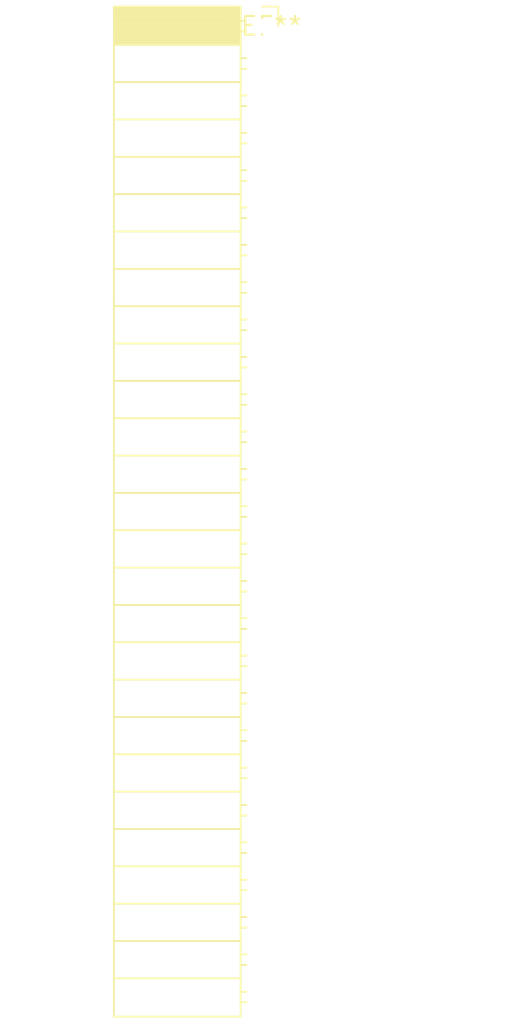
<source format=kicad_pcb>
(kicad_pcb (version 20240108) (generator pcbnew)
  (layers (0 "F.Cu" signal) (31 "B.Cu" signal) (34 "B.Paste" user) (35 "F.Paste" user) (36 "B.SilkS" user "B.Silkscreen") (37 "F.SilkS" user "F.Silkscreen") (38 "B.Mask" user) (39 "F.Mask" user) (44 "Edge.Cuts" user))
  (net 0 "")
  (footprint "PinSocket_1x27_P2.54mm_Horizontal" (layer "F.Cu") (at 0 0)
    (property "Reference" "REF**")
    (property "Value" "PinSocket_1x27_P2.54mm_Horizontal")
    (fp_line (start -10.09 -1.33) (end -10.09 67.37) (layer "F.SilkS") (stroke (width 0.12)))
    (fp_line (start -10.09 -1.33) (end -1.46 -1.33) (layer "F.SilkS") (stroke (width 0.12)))
    (fp_line (start -10.09 -1.21) (end -1.46 -1.21) (layer "F.SilkS") (stroke (width 0.12)))
    (fp_line (start -10.09 -1.091905) (end -1.46 -1.091905) (layer "F.SilkS") (stroke (width 0.12)))
    (fp_line (start -10.09 -0.97381) (end -1.46 -0.97381) (layer "F.SilkS") (stroke (width 0.12)))
    (fp_line (start -10.09 -0.855715) (end -1.46 -0.855715) (layer "F.SilkS") (stroke (width 0.12)))
    (fp_line (start -10.09 -0.73762) (end -1.46 -0.73762) (layer "F.SilkS") (stroke (width 0.12)))
    (fp_line (start -10.09 -0.619525) (end -1.46 -0.619525) (layer "F.SilkS") (stroke (width 0.12)))
    (fp_line (start -10.09 -0.50143) (end -1.46 -0.50143) (layer "F.SilkS") (stroke (width 0.12)))
    (fp_line (start -10.09 -0.383335) (end -1.46 -0.383335) (layer "F.SilkS") (stroke (width 0.12)))
    (fp_line (start -10.09 -0.26524) (end -1.46 -0.26524) (layer "F.SilkS") (stroke (width 0.12)))
    (fp_line (start -10.09 -0.147145) (end -1.46 -0.147145) (layer "F.SilkS") (stroke (width 0.12)))
    (fp_line (start -10.09 -0.02905) (end -1.46 -0.02905) (layer "F.SilkS") (stroke (width 0.12)))
    (fp_line (start -10.09 0.089045) (end -1.46 0.089045) (layer "F.SilkS") (stroke (width 0.12)))
    (fp_line (start -10.09 0.20714) (end -1.46 0.20714) (layer "F.SilkS") (stroke (width 0.12)))
    (fp_line (start -10.09 0.325235) (end -1.46 0.325235) (layer "F.SilkS") (stroke (width 0.12)))
    (fp_line (start -10.09 0.44333) (end -1.46 0.44333) (layer "F.SilkS") (stroke (width 0.12)))
    (fp_line (start -10.09 0.561425) (end -1.46 0.561425) (layer "F.SilkS") (stroke (width 0.12)))
    (fp_line (start -10.09 0.67952) (end -1.46 0.67952) (layer "F.SilkS") (stroke (width 0.12)))
    (fp_line (start -10.09 0.797615) (end -1.46 0.797615) (layer "F.SilkS") (stroke (width 0.12)))
    (fp_line (start -10.09 0.91571) (end -1.46 0.91571) (layer "F.SilkS") (stroke (width 0.12)))
    (fp_line (start -10.09 1.033805) (end -1.46 1.033805) (layer "F.SilkS") (stroke (width 0.12)))
    (fp_line (start -10.09 1.1519) (end -1.46 1.1519) (layer "F.SilkS") (stroke (width 0.12)))
    (fp_line (start -10.09 1.27) (end -1.46 1.27) (layer "F.SilkS") (stroke (width 0.12)))
    (fp_line (start -10.09 3.81) (end -1.46 3.81) (layer "F.SilkS") (stroke (width 0.12)))
    (fp_line (start -10.09 6.35) (end -1.46 6.35) (layer "F.SilkS") (stroke (width 0.12)))
    (fp_line (start -10.09 8.89) (end -1.46 8.89) (layer "F.SilkS") (stroke (width 0.12)))
    (fp_line (start -10.09 11.43) (end -1.46 11.43) (layer "F.SilkS") (stroke (width 0.12)))
    (fp_line (start -10.09 13.97) (end -1.46 13.97) (layer "F.SilkS") (stroke (width 0.12)))
    (fp_line (start -10.09 16.51) (end -1.46 16.51) (layer "F.SilkS") (stroke (width 0.12)))
    (fp_line (start -10.09 19.05) (end -1.46 19.05) (layer "F.SilkS") (stroke (width 0.12)))
    (fp_line (start -10.09 21.59) (end -1.46 21.59) (layer "F.SilkS") (stroke (width 0.12)))
    (fp_line (start -10.09 24.13) (end -1.46 24.13) (layer "F.SilkS") (stroke (width 0.12)))
    (fp_line (start -10.09 26.67) (end -1.46 26.67) (layer "F.SilkS") (stroke (width 0.12)))
    (fp_line (start -10.09 29.21) (end -1.46 29.21) (layer "F.SilkS") (stroke (width 0.12)))
    (fp_line (start -10.09 31.75) (end -1.46 31.75) (layer "F.SilkS") (stroke (width 0.12)))
    (fp_line (start -10.09 34.29) (end -1.46 34.29) (layer "F.SilkS") (stroke (width 0.12)))
    (fp_line (start -10.09 36.83) (end -1.46 36.83) (layer "F.SilkS") (stroke (width 0.12)))
    (fp_line (start -10.09 39.37) (end -1.46 39.37) (layer "F.SilkS") (stroke (width 0.12)))
    (fp_line (start -10.09 41.91) (end -1.46 41.91) (layer "F.SilkS") (stroke (width 0.12)))
    (fp_line (start -10.09 44.45) (end -1.46 44.45) (layer "F.SilkS") (stroke (width 0.12)))
    (fp_line (start -10.09 46.99) (end -1.46 46.99) (layer "F.SilkS") (stroke (width 0.12)))
    (fp_line (start -10.09 49.53) (end -1.46 49.53) (layer "F.SilkS") (stroke (width 0.12)))
    (fp_line (start -10.09 52.07) (end -1.46 52.07) (layer "F.SilkS") (stroke (width 0.12)))
    (fp_line (start -10.09 54.61) (end -1.46 54.61) (layer "F.SilkS") (stroke (width 0.12)))
    (fp_line (start -10.09 57.15) (end -1.46 57.15) (layer "F.SilkS") (stroke (width 0.12)))
    (fp_line (start -10.09 59.69) (end -1.46 59.69) (layer "F.SilkS") (stroke (width 0.12)))
    (fp_line (start -10.09 62.23) (end -1.46 62.23) (layer "F.SilkS") (stroke (width 0.12)))
    (fp_line (start -10.09 64.77) (end -1.46 64.77) (layer "F.SilkS") (stroke (width 0.12)))
    (fp_line (start -10.09 67.37) (end -1.46 67.37) (layer "F.SilkS") (stroke (width 0.12)))
    (fp_line (start -1.46 -1.33) (end -1.46 67.37) (layer "F.SilkS") (stroke (width 0.12)))
    (fp_line (start -1.46 -0.36) (end -1.11 -0.36) (layer "F.SilkS") (stroke (width 0.12)))
    (fp_line (start -1.46 0.36) (end -1.11 0.36) (layer "F.SilkS") (stroke (width 0.12)))
    (fp_line (start -1.46 2.18) (end -1.05 2.18) (layer "F.SilkS") (stroke (width 0.12)))
    (fp_line (start -1.46 2.9) (end -1.05 2.9) (layer "F.SilkS") (stroke (width 0.12)))
    (fp_line (start -1.46 4.72) (end -1.05 4.72) (layer "F.SilkS") (stroke (width 0.12)))
    (fp_line (start -1.46 5.44) (end -1.05 5.44) (layer "F.SilkS") (stroke (width 0.12)))
    (fp_line (start -1.46 7.26) (end -1.05 7.26) (layer "F.SilkS") (stroke (width 0.12)))
    (fp_line (start -1.46 7.98) (end -1.05 7.98) (layer "F.SilkS") (stroke (width 0.12)))
    (fp_line (start -1.46 9.8) (end -1.05 9.8) (layer "F.SilkS") (stroke (width 0.12)))
    (fp_line (start -1.46 10.52) (end -1.05 10.52) (layer "F.SilkS") (stroke (width 0.12)))
    (fp_line (start -1.46 12.34) (end -1.05 12.34) (layer "F.SilkS") (stroke (width 0.12)))
    (fp_line (start -1.46 13.06) (end -1.05 13.06) (layer "F.SilkS") (stroke (width 0.12)))
    (fp_line (start -1.46 14.88) (end -1.05 14.88) (layer "F.SilkS") (stroke (width 0.12)))
    (fp_line (start -1.46 15.6) (end -1.05 15.6) (layer "F.SilkS") (stroke (width 0.12)))
    (fp_line (start -1.46 17.42) (end -1.05 17.42) (layer "F.SilkS") (stroke (width 0.12)))
    (fp_line (start -1.46 18.14) (end -1.05 18.14) (layer "F.SilkS") (stroke (width 0.12)))
    (fp_line (start -1.46 19.96) (end -1.05 19.96) (layer "F.SilkS") (stroke (width 0.12)))
    (fp_line (start -1.46 20.68) (end -1.05 20.68) (layer "F.SilkS") (stroke (width 0.12)))
    (fp_line (start -1.46 22.5) (end -1.05 22.5) (layer "F.SilkS") (stroke (width 0.12)))
    (fp_line (start -1.46 23.22) (end -1.05 23.22) (layer "F.SilkS") (stroke (width 0.12)))
    (fp_line (start -1.46 25.04) (end -1.05 25.04) (layer "F.SilkS") (stroke (width 0.12)))
    (fp_line (start -1.46 25.76) (end -1.05 25.76) (layer "F.SilkS") (stroke (width 0.12)))
    (fp_line (start -1.46 27.58) (end -1.05 27.58) (layer "F.SilkS") (stroke (width 0.12)))
    (fp_line (start -1.46 28.3) (end -1.05 28.3) (layer "F.SilkS") (stroke (width 0.12)))
    (fp_line (start -1.46 30.12) (end -1.05 30.12) (layer "F.SilkS") (stroke (width 0.12)))
    (fp_line (start -1.46 30.84) (end -1.05 30.84) (layer "F.SilkS") (stroke (width 0.12)))
    (fp_line (start -1.46 32.66) (end -1.05 32.66) (layer "F.SilkS") (stroke (width 0.12)))
    (fp_line (start -1.46 33.38) (end -1.05 33.38) (layer "F.SilkS") (stroke (width 0.12)))
    (fp_line (start -1.46 35.2) (end -1.05 35.2) (layer "F.SilkS") (stroke (width 0.12)))
    (fp_line (start -1.46 35.92) (end -1.05 35.92) (layer "F.SilkS") (stroke (width 0.12)))
    (fp_line (start -1.46 37.74) (end -1.05 37.74) (layer "F.SilkS") (stroke (width 0.12)))
    (fp_line (start -1.46 38.46) (end -1.05 38.46) (layer "F.SilkS") (stroke (width 0.12)))
    (fp_line (start -1.46 40.28) (end -1.05 40.28) (layer "F.SilkS") (stroke (width 0.12)))
    (fp_line (start -1.46 41) (end -1.05 41) (layer "F.SilkS") (stroke (width 0.12)))
    (fp_line (start -1.46 42.82) (end -1.05 42.82) (layer "F.SilkS") (stroke (width 0.12)))
    (fp_line (start -1.46 43.54) (end -1.05 43.54) (layer "F.SilkS") (stroke (width 0.12)))
    (fp_line (start -1.46 45.36) (end -1.05 45.36) (layer "F.SilkS") (stroke (width 0.12)))
    (fp_line (start -1.46 46.08) (end -1.05 46.08) (layer "F.SilkS") (stroke (width 0.12)))
    (fp_line (start -1.46 47.9) (end -1.05 47.9) (layer "F.SilkS") (stroke (width 0.12)))
    (fp_line (start -1.46 48.62) (end -1.05 48.62) (layer "F.SilkS") (stroke (width 0.12)))
    (fp_line (start -1.46 50.44) (end -1.05 50.44) (layer "F.SilkS") (stroke (width 0.12)))
    (fp_line (start -1.46 51.16) (end -1.05 51.16) (layer "F.SilkS") (stroke (width 0.12)))
    (fp_line (start -1.46 52.98) (end -1.05 52.98) (layer "F.SilkS") (stroke (width 0.12)))
    (fp_line (start -1.46 53.7) (end -1.05 53.7) (layer "F.SilkS") (stroke (width 0.12)))
    (fp_line (start -1.46 55.52) (end -1.05 55.52) (layer "F.SilkS") (stroke (width 0.12)))
    (fp_line (start -1.46 56.24) (end -1.05 56.24) (layer "F.SilkS") (stroke (width 0.12)))
    (fp_line (start -1.46 58.06) (end -1.05 58.06) (layer "F.SilkS") (stroke (width 0.12)))
    (fp_line (start -1.46 58.78) (end -1.05 58.78) (layer "F.SilkS") (stroke (width 0.12)))
    (fp_line (start -1.46 60.6) (end -1.05 60.6) (layer "F.SilkS") (stroke (width 0.12)))
    (fp_line (start -1.46 61.32) (end -1.05 61.32) (layer "F.SilkS") (stroke (width 0.12)))
    (fp_line (start -1.46 63.14) (end -1.05 63.14) (layer "F.SilkS") (stroke (width 0.12)))
    (fp_line (start -1.46 63.86) (end -1.05 63.86) (layer "F.SilkS") (stroke (width 0.12)))
    (fp_line (start -1.46 65.68) (end -1.05 65.68) (layer "F.SilkS") (stroke (width 0.12)))
    (fp_line (start -1.46 66.4) (end -1.05 66.4) (layer "F.SilkS") (stroke (width 0.12)))
    (fp_line (start 0 -1.33) (end 1.11 -1.33) (layer "F.SilkS") (stroke (width 0.12)))
    (fp_line (start 1.11 -1.33) (end 1.11 0) (layer "F.SilkS") (stroke (width 0.12)))
    (pad "1" thru_hole rect (at 0 0) (size 1.7 1.7) (drill 1) (layers *.Cu *.Mask) (remove_unused_layers))
    (pad "2" thru_hole oval (at 0 2.54) (size 1.7 1.7) (drill 1) (layers *.Cu *.Mask) (remove_unused_layers))
    (pad "3" thru_hole oval (at 0 5.08) (size 1.7 1.7) (drill 1) (layers *.Cu *.Mask) (remove_unused_layers))
    (pad "4" thru_hole oval (at 0 7.62) (size 1.7 1.7) (drill 1) (layers *.Cu *.Mask) (remove_unused_layers))
    (pad "5" thru_hole oval (at 0 10.16) (size 1.7 1.7) (drill 1) (layers *.Cu *.Mask) (remove_unused_layers))
    (pad "6" thru_hole oval (at 0 12.7) (size 1.7 1.7) (drill 1) (layers *.Cu *.Mask) (remove_unused_layers))
    (pad "7" thru_hole oval (at 0 15.24) (size 1.7 1.7) (drill 1) (layers *.Cu *.Mask) (remove_unused_layers))
    (pad "8" thru_hole oval (at 0 17.78) (size 1.7 1.7) (drill 1) (layers *.Cu *.Mask) (remove_unused_layers))
    (pad "9" thru_hole oval (at 0 20.32) (size 1.7 1.7) (drill 1) (layers *.Cu *.Mask) (remove_unused_layers))
    (pad "10" thru_hole oval (at 0 22.86) (size 1.7 1.7) (drill 1) (layers *.Cu *.Mask) (remove_unused_layers))
    (pad "11" thru_hole oval (at 0 25.4) (size 1.7 1.7) (drill 1) (layers *.Cu *.Mask) (remove_unused_layers))
    (pad "12" thru_hole oval (at 0 27.94) (size 1.7 1.7) (drill 1) (layers *.Cu *.Mask) (remove_unused_layers))
    (pad "13" thru_hole oval (at 0 30.48) (size 1.7 1.7) (drill 1) (layers *.Cu *.Mask) (remove_unused_layers))
    (pad "14" thru_hole oval (at 0 33.02) (size 1.7 1.7) (drill 1) (layers *.Cu *.Mask) (remove_unused_layers))
    (pad "15" thru_hole oval (at 0 35.56) (size 1.7 1.7) (drill 1) (layers *.Cu *.Mask) (remove_unused_layers))
    (pad "16" thru_hole oval (at 0 38.1) (size 1.7 1.7) (drill 1) (layers *.Cu *.Mask) (remove_unused_layers))
    (pad "17" thru_hole oval (at 0 40.64) (size 1.7 1.7) (drill 1) (layers *.Cu *.Mask) (remove_unused_layers))
    (pad "18" thru_hole oval (at 0 43.18) (size 1.7 1.7) (drill 1) (layers *.Cu *.Mask) (remove_unused_layers))
    (pad "19" thru_hole oval (at 0 45.72) (size 1.7 1.7) (drill 1) (layers *.Cu *.Mask) (remove_unused_layers))
    (pad "20" thru_hole oval (at 0 48.26) (size 1.7 1.7) (drill 1) (layers *.Cu *.Mask) (remove_unused_layers))
    (pad "21" thru_hole oval (at 0 50.8) (size 1.7 1.7) (drill 1) (layers *.Cu *.Mask) (remove_unused_layers))
    (pad "22" thru_hole oval (at 0 53.34) (size 1.7 1.7) (drill 1) (layers *.Cu *.Mask) (remove_unused_layers))
    (pad "23" thru_hole oval (at 0 55.88) (size 1.7 1.7) (drill 1) (layers *.Cu *.Mask) (remove_unused_layers))
    (pad "24" thru_hole oval (at 0 58.42) (size 1.7 1.7) (drill 1) (layers *.Cu *.Mask) (remove_unused_layers))
    (pad "25" thru_hole oval (at 0 60.96) (size 1.7 1.7) (drill 1) (layers *.Cu *.Mask) (remove_unused_layers))
    (pad "26" thru_hole oval (at 0 63.5) (size 1.7 1.7) (drill 1) (layers *.Cu *.Mask) (remove_unused_layers))
    (pad "27" thru_hole oval (at 0 66.04) (size 1.7 1.7) (drill 1) (layers *.Cu *.Mask) (remove_unused_layers))
  )
)
</source>
